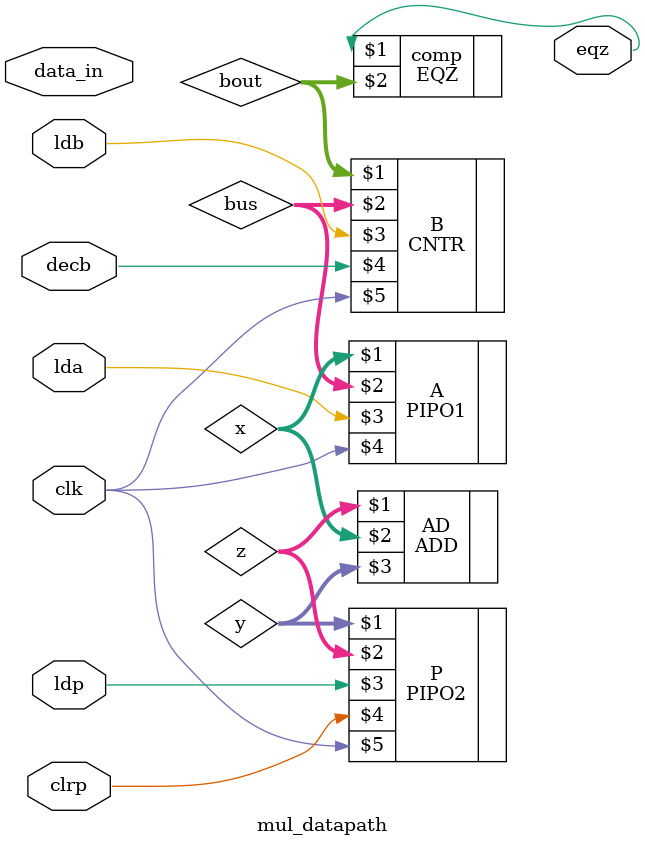
<source format=v>
module mul_datapath(eqz,lda,ldb,ldp,clrp,decb,data_in,clk);
input lda,ldb,ldp,clrp,decb,clk;
input[15:0]data_in;
output eqz;
wire [15:0]x,y,z,bout,bus;
 
PIPO1 A(x,bus,lda,clk);
PIPO2 P(y,z,ldp,clrp,clk);
CNTR B(bout,bus,ldb,decb,clk);
ADD AD(z,x,y);
EQZ comp(eqz,bout);
endmodule 

</source>
